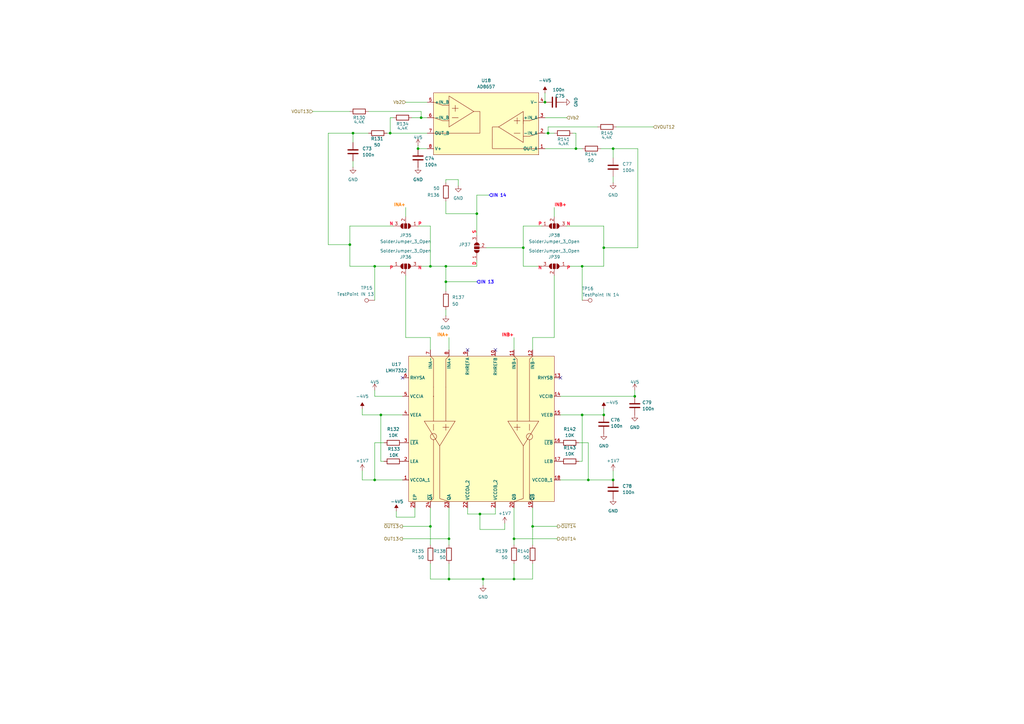
<source format=kicad_sch>
(kicad_sch (version 20231120) (generator "eeschema") (generator_version "8.0")
  (paper "A3")
  (lib_symbols
    (symbol "Connector:TestPoint" (pin_numbers hide) (pin_names (offset 0.762) hide)
      (property "Reference" "TP" (at 0 6.858 0))
      (property "Value" "TestPoint" (at 0 5.08 0))
      (symbol "TestPoint_0_1"
        (circle (center 0 3.302) (radius 0.762))
      )
      (symbol "TestPoint_1_1"
        (pin passive line (at 0 0 90) (length 2.54) (name "1") (number "1"))
      )
    )
    (symbol "Device:C" (pin_numbers hide) (pin_names (offset 0.254))
      (property "Reference" "C" (at 0.635 2.54 0))
      (property "Value" "C" (at 0.635 -2.54 0))
      (symbol "C_0_1"
        (polyline (pts (xy -2.032 -0.762) (xy 2.032 -0.762)) (stroke (width 0.508)))
        (polyline (pts (xy -2.032 0.762) (xy 2.032 0.762)) (stroke (width 0.508)))
      )
      (symbol "C_1_1"
        (pin passive line (at 0 3.81 270) (length 2.794) (name "~") (number "1"))
        (pin passive line (at 0 -3.81 90) (length 2.794) (name "~") (number "2"))
      )
    )
    (symbol "Device:R" (pin_numbers hide) (pin_names (offset 0))
      (property "Reference" "R" (at 2.032 0 90))
      (property "Value" "R" (at 0 0 90))
      (symbol "R_0_1"
        (rectangle (start -1.016 -2.54) (end 1.016 2.54) (stroke (width 0.254)))
      )
      (symbol "R_1_1"
        (pin passive line (at 0 3.81 270) (length 1.27) (name "~") (number "1"))
        (pin passive line (at 0 -3.81 90) (length 1.27) (name "~") (number "2"))
      )
    )
    (symbol "SolderJumper_3_Open_3" (pin_names (offset 0) hide) (exclude_from_sim yes) (in_bom no)
      (property "Reference" "JP" (at -2.54 -2.54 0))
      (property "Value" "SolderJumper_3_Open" (at 0 2.794 0))
      (symbol "SolderJumper_3_Open_3_0_1"
        (arc (start -1.016 1.016) (mid -2.0276 0) (end -1.016 -1.016))
        (arc (start -1.016 1.016) (mid -2.0276 0) (end -1.016 -1.016) (fill (type outline)))
        (rectangle (start -0.508 1.016) (end 0.508 -1.016) (fill (type outline)))
        (polyline (pts (xy -2.54 0) (xy -2.032 0)))
        (polyline (pts (xy -1.016 1.016) (xy -1.016 -1.016)))
        (polyline (pts (xy 0 -1.27) (xy 0 -1.016)))
        (polyline (pts (xy 1.016 1.016) (xy 1.016 -1.016)))
        (polyline (pts (xy 2.54 0) (xy 2.032 0)))
        (arc (start 1.016 -1.016) (mid 2.0276 0) (end 1.016 1.016))
        (arc (start 1.016 -1.016) (mid 2.0276 0) (end 1.016 1.016) (fill (type outline)))
      )
      (symbol "SolderJumper_3_Open_3_1_1"
        (pin passive line (at -5.08 0 0) (length 2.54) (name "A") (number "1"))
        (pin passive line (at 0 -3.81 90) (length 2.54) (name "C") (number "2"))
        (pin passive line (at 5.08 0 180) (length 2.54) (name "B") (number "3"))
      )
    )
    (symbol "power:+1V2" (power) (pin_numbers hide) (pin_names (offset 0) hide)
      (property "Value" "+1V2" (at 0 3.556 0))
      (symbol "+1V2_0_1"
        (polyline (pts (xy -0.762 1.27) (xy 0 2.54)))
        (polyline (pts (xy 0 0) (xy 0 2.54)))
        (polyline (pts (xy 0 2.54) (xy 0.762 1.27)))
      )
      (symbol "+1V2_1_1"
        (pin power_in line (at 0 0 90) (length 0) (name "~") (number "1"))
      )
    )
    (symbol "power:+8V" (power) (pin_numbers hide) (pin_names (offset 0) hide)
      (property "Value" "+8V" (at 0 3.556 0))
      (symbol "+8V_0_1"
        (polyline (pts (xy -0.762 1.27) (xy 0 2.54)))
        (polyline (pts (xy 0 0) (xy 0 2.54)))
        (polyline (pts (xy 0 2.54) (xy 0.762 1.27)))
      )
      (symbol "+8V_1_1"
        (pin power_in line (at 0 0 90) (length 0) (name "~") (number "1"))
      )
    )
    (symbol "power:-8V" (power) (pin_numbers hide) (pin_names (offset 0) hide)
      (property "Value" "-8V" (at 0 3.556 0))
      (symbol "-8V_0_0"
        (pin power_in line (at 0 0 90) (length 0) (name "~") (number "1"))
      )
      (symbol "-8V_0_1"
        (polyline (pts (xy 0 0) (xy 0 1.27) (xy 0.762 1.27) (xy 0 2.54) (xy -0.762 1.27) (xy 0 1.27)) (fill (type outline)))
      )
    )
    (symbol "power:GND" (power) (pin_numbers hide) (pin_names (offset 0) hide)
      (property "Value" "GND" (at 0 -3.81 0))
      (symbol "GND_0_1"
        (polyline (pts (xy 0 0) (xy 0 -1.27) (xy 1.27 -1.27) (xy 0 -2.54) (xy -1.27 -1.27) (xy 0 -1.27)))
      )
      (symbol "GND_1_1"
        (pin power_in line (at 0 0 270) (length 0) (name "~") (number "1"))
      )
    )
    (symbol "prova:AD8657"
      (property "Reference" "U" (at 9.906 3.556 0))
      (property "Value" "AD8657" (at 10.16 5.842 0))
      (symbol "AD8657_0_1"
        (polyline (pts (xy 12.7 17.78) (xy 12.7 20.32)))
        (polyline (pts (xy 13.97 19.05) (xy 16.51 19.05)))
        (polyline (pts (xy 13.97 24.13) (xy 16.51 24.13)))
        (polyline (pts (xy 15.24 20.32) (xy 15.24 17.78)))
        (polyline (pts (xy 16.51 19.05) (xy 16.51 19.05)))
        (polyline (pts (xy 36.83 17.78) (xy 36.83 17.78)))
        (polyline (pts (xy 39.37 13.97) (xy 41.91 13.97)))
        (polyline (pts (xy 39.37 17.78) (xy 41.91 17.78)))
        (polyline (pts (xy 40.64 15.24) (xy 40.64 12.7)))
      )
      (symbol "AD8657_1_1"
        (polyline (pts (xy 6.35 17.78) (xy 10.16 19.05)))
        (polyline (pts (xy 10.16 25.4) (xy 6.35 24.13)))
        (polyline (pts (xy 11.43 19.05) (xy 10.16 19.05)))
        (polyline (pts (xy 11.43 19.05) (xy 12.7 19.05)))
        (polyline (pts (xy 11.43 25.4) (xy 10.16 25.4)))
        (polyline (pts (xy 11.43 25.4) (xy 12.7 25.4)))
        (polyline (pts (xy 22.86 21.59) (xy 25.4 21.59) (xy 25.4 26.67)))
        (polyline (pts (xy 25.4 26.67) (xy 25.4 30.48) (xy 6.35 30.48)))
        (polyline (pts (xy 49.53 11.43) (xy 45.72 12.7) (xy 43.18 12.7)))
        (polyline (pts (xy 49.53 17.78) (xy 45.72 19.05) (xy 43.18 19.05)))
        (polyline (pts (xy 12.7 15.24) (xy 12.7 27.94) (xy 22.86 21.59) (xy 12.7 15.24)))
        (polyline (pts (xy 33.02 15.24) (xy 30.48 15.24) (xy 30.48 24.13) (xy 49.53 24.13)))
        (polyline (pts (xy 43.18 21.59) (xy 43.18 8.89) (xy 33.02 15.24) (xy 43.18 21.59)))
        (rectangle (start 6.35 33.02) (end 49.53 7.62) (fill (type background)))
        (pin output line (at 3.81 30.48 0) (length 2.54) (name "OUT_A") (number "1"))
        (pin input line (at 3.81 24.13 0) (length 2.54) (name "-IN_A") (number "2"))
        (pin input line (at 3.81 17.78 0) (length 2.54) (name "+IN_A") (number "3"))
        (pin input line (at 3.81 11.43 0) (length 2.54) (name "V-") (number "4"))
        (pin input line (at 52.07 11.43 180) (length 2.54) (name "+IN_B") (number "5"))
        (pin input line (at 52.07 17.78 180) (length 2.54) (name "-IN_B") (number "6"))
        (pin input line (at 52.07 24.13 180) (length 2.54) (name "OUT_B") (number "7"))
        (pin input line (at 52.07 30.48 180) (length 2.54) (name "V+") (number "8"))
      )
    )
    (symbol "prova:LMH7322"
      (property "Reference" "U" (at 11.684 8.89 0))
      (property "Value" "LMH7322" (at 20.32 16.51 0))
      (symbol "LMH7322_0_1"
        (circle (center -8.89 -5.08) (radius 0.0001))
        (circle (center -8.89 11.43) (radius 1.27))
        (polyline (pts (xy -8.89 -8.89) (xy -8.89 5.08)))
        (polyline (pts (xy -8.89 8.89) (xy -8.89 6.35)))
        (polyline (pts (xy -3.81 -8.89) (xy -3.81 5.08)))
        (polyline (pts (xy -3.81 8.89) (xy -3.81 6.35)))
        (polyline (pts (xy -2.54 7.62) (xy -5.08 7.62)))
        (polyline (pts (xy 25.4 8.89) (xy 25.4 6.35)))
        (polyline (pts (xy 26.67 7.62) (xy 24.13 7.62)))
        (polyline (pts (xy 30.48 -2.54) (xy 30.48 -2.54)))
        (polyline (pts (xy 30.48 8.89) (xy 30.48 6.35)))
        (polyline (pts (xy -8.89 -8.89) (xy -8.89 -20.32) (xy -10.16 -21.59)))
        (polyline (pts (xy -8.89 12.7) (xy -8.89 36.83) (xy -10.16 38.1)))
        (polyline (pts (xy -6.35 15.24) (xy -6.35 36.83) (xy -2.54 38.1)))
        (polyline (pts (xy -3.81 -8.89) (xy -3.81 -20.32) (xy -2.54 -21.59)))
        (polyline (pts (xy 27.94 15.24) (xy 27.94 36.83) (xy 24.13 38.1)))
        (polyline (pts (xy 30.48 12.7) (xy 30.48 36.83) (xy 31.75 38.1)))
        (circle (center 30.48 11.43) (radius 1.27))
      )
      (symbol "LMH7322_1_1"
        (rectangle (start -19.05 38.1) (end 40.64 -21.59) (fill (type background)))
        (polyline (pts (xy 0 5.08) (xy -12.7 5.08) (xy -6.35 15.24) (xy 0 5.08)))
        (polyline (pts (xy 24.13 -21.59) (xy 25.4 -20.32) (xy 25.4 -16.51) (xy 25.4 5.08)) (fill (type background)))
        (polyline (pts (xy 30.48 5.08) (xy 30.48 -16.51) (xy 30.48 -20.32) (xy 31.75 -21.59)) (fill (type background)))
        (polyline (pts (xy 34.29 5.08) (xy 21.59 5.08) (xy 27.94 15.24) (xy 34.29 5.08)) (fill (type background)))
        (pin input line (at -21.59 29.21 0) (length 2.54) (name "VCCOA_1") (number "1"))
        (pin input line (at 16.51 -24.13 90) (length 2.54) (name "RHREFB") (number "10"))
        (pin input line (at 24.13 -24.13 90) (length 2.54) (name "INB+") (number "11"))
        (pin input line (at 31.75 -24.13 90) (length 2.54) (name "INB-") (number "12"))
        (pin input line (at 43.18 -12.7 180) (length 2.54) (name "RHYSB") (number "13"))
        (pin input line (at 43.18 -5.08 180) (length 2.54) (name "VCCIB") (number "14"))
        (pin input line (at 43.18 2.54 180) (length 2.54) (name "VEEB") (number "15"))
        (pin input line (at 43.18 13.97 180) (length 2.54) (name "~{LEB}") (number "16"))
        (pin input line (at 43.18 21.59 180) (length 2.54) (name "LEB") (number "17"))
        (pin input line (at 43.18 29.21 180) (length 2.54) (name "VCCOB_1") (number "18"))
        (pin output line (at 31.75 40.64 270) (length 2.54) (name "~{QB}") (number "19"))
        (pin input line (at -21.59 21.59 0) (length 2.54) (name "LEA") (number "2"))
        (pin output line (at 24.13 40.64 270) (length 2.54) (name "QB") (number "20"))
        (pin input line (at 16.51 40.64 270) (length 2.54) (name "VCCOB_2") (number "21"))
        (pin input line (at 5.08 40.64 270) (length 2.54) (name "VCCOA_2") (number "22"))
        (pin output line (at -2.54 40.64 270) (length 2.54) (name "QA") (number "23"))
        (pin output line (at -10.16 40.64 270) (length 2.54) (name "~{QA}") (number "24"))
        (pin passive line (at -16.51 40.64 270) (length 2.54) (name "EP") (number "25"))
        (pin input line (at -21.59 13.97 0) (length 2.54) (name "~{LEA}") (number "3"))
        (pin input line (at -21.59 2.54 0) (length 2.54) (name "VEEA") (number "4"))
        (pin input line (at -21.59 -5.08 0) (length 2.54) (name "VCCIA") (number "5"))
        (pin input line (at -21.59 -12.7 0) (length 2.54) (name "RHYSA") (number "6"))
        (pin input line (at -10.16 -24.13 90) (length 2.54) (name "INA-") (number "7"))
        (pin input line (at -2.54 -24.13 90) (length 2.54) (name "INA+") (number "8"))
        (pin input line (at 5.08 -24.13 90) (length 2.54) (name "RHREFA") (number "9"))
      )
    )
  )
  (junction (at 210.82 220.98))
  (junction (at 160.02 54.61))
  (junction (at 171.45 60.96))
  (junction (at 198.12 237.49))
  (junction (at 241.3 196.85))
  (junction (at 196.85 210.82))
  (junction (at 210.82 237.49))
  (junction (at 182.88 109.22))
  (junction (at 251.46 60.96))
  (junction (at 143.51 100.33))
  (junction (at 176.53 215.9))
  (junction (at 260.35 162.56))
  (junction (at 218.44 215.9))
  (junction (at 184.15 237.49))
  (junction (at 238.76 170.18))
  (junction (at 153.67 109.22))
  (junction (at 144.78 54.61))
  (junction (at 224.79 54.61))
  (junction (at 223.52 41.91))
  (junction (at 236.22 60.96))
  (junction (at 238.76 109.22))
  (junction (at 214.63 101.6))
  (junction (at 182.88 115.57))
  (junction (at 247.65 101.6))
  (junction (at 184.15 220.98))
  (junction (at 156.21 170.18))
  (junction (at 247.65 170.18))
  (junction (at 195.58 87.63))
  (junction (at 176.53 109.22))
  (junction (at 251.46 196.85))
  (junction (at 153.67 196.85))
  (junction (at 172.72 48.26))
  (no_connect (at 165.1 154.94))
  (no_connect (at 191.77 143.51))
  (no_connect (at 229.87 154.94))
  (no_connect (at 203.2 143.51))
  (wire (pts (xy 237.49 181.61) (xy 241.3 181.61)))
  (wire (pts (xy 143.51 100.33) (xy 143.51 109.22)))
  (wire (pts (xy 214.63 92.71) (xy 214.63 101.6)))
  (wire (pts (xy 251.46 193.04) (xy 251.46 196.85)))
  (wire (pts (xy 182.88 109.22) (xy 176.53 109.22)))
  (wire (pts (xy 184.15 220.98) (xy 184.15 223.52)))
  (wire (pts (xy 195.58 109.22) (xy 182.88 109.22)))
  (wire (pts (xy 182.88 127) (xy 182.88 129.54)))
  (wire (pts (xy 247.65 101.6) (xy 247.65 109.22)))
  (wire (pts (xy 182.88 115.57) (xy 195.58 115.57)))
  (wire (pts (xy 228.6 215.9) (xy 218.44 215.9)))
  (wire (pts (xy 165.1 196.85) (xy 153.67 196.85)))
  (wire (pts (xy 184.15 220.98) (xy 165.1 220.98)))
  (wire (pts (xy 218.44 138.43) (xy 227.33 138.43)))
  (wire (pts (xy 232.41 109.22) (xy 238.76 109.22)))
  (wire (pts (xy 162.56 209.55) (xy 162.56 212.09)))
  (wire (pts (xy 158.75 54.61) (xy 160.02 54.61)))
  (wire (pts (xy 191.77 210.82) (xy 191.77 208.28)))
  (wire (pts (xy 182.88 119.38) (xy 182.88 115.57)))
  (wire (pts (xy 176.53 138.43) (xy 176.53 143.51)))
  (wire (pts (xy 228.6 220.98) (xy 210.82 220.98)))
  (wire (pts (xy 218.44 237.49) (xy 210.82 237.49)))
  (wire (pts (xy 203.2 210.82) (xy 203.2 208.28)))
  (wire (pts (xy 241.3 196.85) (xy 229.87 196.85)))
  (wire (pts (xy 214.63 101.6) (xy 214.63 109.22)))
  (wire (pts (xy 182.88 73.66) (xy 187.96 73.66)))
  (wire (pts (xy 210.82 220.98) (xy 210.82 223.52)))
  (wire (pts (xy 175.26 60.96) (xy 171.45 60.96)))
  (wire (pts (xy 176.53 208.28) (xy 176.53 215.9)))
  (wire (pts (xy 236.22 54.61) (xy 236.22 60.96)))
  (wire (pts (xy 184.15 208.28) (xy 184.15 220.98)))
  (wire (pts (xy 156.21 189.23) (xy 156.21 170.18)))
  (wire (pts (xy 199.39 101.6) (xy 214.63 101.6)))
  (wire (pts (xy 153.67 162.56) (xy 165.1 162.56)))
  (wire (pts (xy 153.67 196.85) (xy 148.59 196.85)))
  (wire (pts (xy 191.77 210.82) (xy 196.85 210.82)))
  (wire (pts (xy 156.21 170.18) (xy 148.59 170.18)))
  (wire (pts (xy 153.67 109.22) (xy 161.29 109.22)))
  (wire (pts (xy 227.33 113.03) (xy 227.33 138.43)))
  (wire (pts (xy 260.35 162.56) (xy 260.35 160.02)))
  (wire (pts (xy 229.87 162.56) (xy 260.35 162.56)))
  (wire (pts (xy 218.44 215.9) (xy 218.44 223.52)))
  (wire (pts (xy 218.44 231.14) (xy 218.44 237.49)))
  (wire (pts (xy 195.58 80.01) (xy 195.58 87.63)))
  (wire (pts (xy 251.46 64.77) (xy 251.46 60.96)))
  (wire (pts (xy 223.52 60.96) (xy 236.22 60.96)))
  (wire (pts (xy 134.62 100.33) (xy 134.62 54.61)))
  (wire (pts (xy 166.37 138.43) (xy 176.53 138.43)))
  (wire (pts (xy 182.88 82.55) (xy 182.88 87.63)))
  (wire (pts (xy 144.78 58.42) (xy 144.78 54.61)))
  (wire (pts (xy 224.79 54.61) (xy 227.33 54.61)))
  (wire (pts (xy 198.12 237.49) (xy 198.12 240.03)))
  (wire (pts (xy 134.62 54.61) (xy 144.78 54.61)))
  (wire (pts (xy 214.63 109.22) (xy 222.25 109.22)))
  (wire (pts (xy 247.65 170.18) (xy 238.76 170.18)))
  (wire (pts (xy 224.79 52.07) (xy 245.11 52.07)))
  (wire (pts (xy 170.18 212.09) (xy 162.56 212.09)))
  (wire (pts (xy 128.27 45.72) (xy 143.51 45.72)))
  (wire (pts (xy 160.02 54.61) (xy 160.02 48.26)))
  (wire (pts (xy 237.49 189.23) (xy 238.76 189.23)))
  (wire (pts (xy 156.21 189.23) (xy 157.48 189.23)))
  (wire (pts (xy 176.53 109.22) (xy 171.45 109.22)))
  (wire (pts (xy 153.67 181.61) (xy 157.48 181.61)))
  (wire (pts (xy 246.38 60.96) (xy 251.46 60.96)))
  (wire (pts (xy 224.79 54.61) (xy 223.52 54.61)))
  (wire (pts (xy 207.01 214.63) (xy 207.01 217.17)))
  (wire (pts (xy 148.59 193.04) (xy 148.59 196.85)))
  (wire (pts (xy 267.97 52.07) (xy 252.73 52.07)))
  (wire (pts (xy 176.53 215.9) (xy 176.53 223.52)))
  (wire (pts (xy 238.76 109.22) (xy 247.65 109.22)))
  (wire (pts (xy 247.65 92.71) (xy 247.65 101.6)))
  (wire (pts (xy 184.15 138.43) (xy 184.15 143.51)))
  (wire (pts (xy 261.62 60.96) (xy 251.46 60.96)))
  (wire (pts (xy 247.65 101.6) (xy 261.62 101.6)))
  (wire (pts (xy 222.25 92.71) (xy 214.63 92.71)))
  (wire (pts (xy 166.37 85.09) (xy 166.37 88.9)))
  (wire (pts (xy 171.45 92.71) (xy 176.53 92.71)))
  (wire (pts (xy 165.1 170.18) (xy 156.21 170.18)))
  (wire (pts (xy 195.58 87.63) (xy 195.58 96.52)))
  (wire (pts (xy 195.58 106.68) (xy 195.58 109.22)))
  (wire (pts (xy 247.65 167.64) (xy 247.65 170.18)))
  (wire (pts (xy 143.51 100.33) (xy 134.62 100.33)))
  (wire (pts (xy 210.82 208.28) (xy 210.82 220.98)))
  (wire (pts (xy 166.37 41.91) (xy 175.26 41.91)))
  (wire (pts (xy 153.67 181.61) (xy 153.67 196.85)))
  (wire (pts (xy 196.85 210.82) (xy 196.85 217.17)))
  (wire (pts (xy 210.82 231.14) (xy 210.82 237.49)))
  (wire (pts (xy 224.79 54.61) (xy 224.79 52.07)))
  (wire (pts (xy 241.3 181.61) (xy 241.3 196.85)))
  (wire (pts (xy 236.22 60.96) (xy 238.76 60.96)))
  (wire (pts (xy 196.85 210.82) (xy 203.2 210.82)))
  (wire (pts (xy 182.88 87.63) (xy 195.58 87.63)))
  (wire (pts (xy 218.44 143.51) (xy 218.44 138.43)))
  (wire (pts (xy 172.72 48.26) (xy 172.72 45.72)))
  (wire (pts (xy 227.33 85.09) (xy 227.33 88.9)))
  (wire (pts (xy 195.58 80.01) (xy 200.66 80.01)))
  (wire (pts (xy 144.78 66.04) (xy 144.78 68.58)))
  (wire (pts (xy 148.59 167.64) (xy 148.59 170.18)))
  (wire (pts (xy 176.53 92.71) (xy 176.53 109.22)))
  (wire (pts (xy 182.88 73.66) (xy 182.88 74.93)))
  (wire (pts (xy 261.62 101.6) (xy 261.62 60.96)))
  (wire (pts (xy 176.53 215.9) (xy 165.1 215.9)))
  (wire (pts (xy 223.52 38.1) (xy 223.52 41.91)))
  (wire (pts (xy 234.95 54.61) (xy 236.22 54.61)))
  (wire (pts (xy 184.15 237.49) (xy 176.53 237.49)))
  (wire (pts (xy 143.51 92.71) (xy 143.51 100.33)))
  (wire (pts (xy 238.76 109.22) (xy 238.76 123.19)))
  (wire (pts (xy 143.51 109.22) (xy 153.67 109.22)))
  (wire (pts (xy 171.45 59.69) (xy 171.45 60.96)))
  (wire (pts (xy 187.96 73.66) (xy 187.96 76.2)))
  (wire (pts (xy 176.53 231.14) (xy 176.53 237.49)))
  (wire (pts (xy 168.91 48.26) (xy 172.72 48.26)))
  (wire (pts (xy 143.51 92.71) (xy 161.29 92.71)))
  (wire (pts (xy 229.87 170.18) (xy 238.76 170.18)))
  (wire (pts (xy 166.37 113.03) (xy 166.37 138.43)))
  (wire (pts (xy 153.67 160.02) (xy 153.67 162.56)))
  (wire (pts (xy 198.12 237.49) (xy 184.15 237.49)))
  (wire (pts (xy 210.82 237.49) (xy 198.12 237.49)))
  (wire (pts (xy 160.02 54.61) (xy 175.26 54.61)))
  (wire (pts (xy 151.13 45.72) (xy 172.72 45.72)))
  (wire (pts (xy 153.67 109.22) (xy 153.67 123.19)))
  (wire (pts (xy 196.85 217.17) (xy 207.01 217.17)))
  (wire (pts (xy 184.15 231.14) (xy 184.15 237.49)))
  (wire (pts (xy 218.44 208.28) (xy 218.44 215.9)))
  (wire (pts (xy 144.78 54.61) (xy 151.13 54.61)))
  (wire (pts (xy 238.76 189.23) (xy 238.76 170.18)))
  (wire (pts (xy 170.18 208.28) (xy 170.18 212.09)))
  (wire (pts (xy 251.46 72.39) (xy 251.46 74.93)))
  (wire (pts (xy 223.52 48.26) (xy 232.41 48.26)))
  (wire (pts (xy 232.41 92.71) (xy 247.65 92.71)))
  (wire (pts (xy 251.46 196.85) (xy 241.3 196.85)))
  (wire (pts (xy 172.72 48.26) (xy 175.26 48.26)))
  (wire (pts (xy 210.82 138.43) (xy 210.82 143.51)))
  (wire (pts (xy 182.88 109.22) (xy 182.88 115.57)))
  (wire (pts (xy 160.02 48.26) (xy 161.29 48.26)))
  (text "D" (at 194.564 108.204 90) (effects (font (size 1.27 1.27) (thickness 0.254) (bold yes))))
  (text "N" (at 221.488 109.982 0) (effects (font (size 1.27 1.27) (thickness 0.254) (bold yes))))
  (text "P\n" (at 233.172 109.982 0) (effects (font (size 1.27 1.27) (thickness 0.254) (bold yes))))
  (text "P\n" (at 221.488 91.948 0) (effects (font (size 1.27 1.27) (thickness 0.254) (bold yes))))
  (text "S" (at 194.564 95.25 90) (effects (font (size 1.27 1.27) (thickness 0.254) (bold yes))))
  (text "P\n" (at 160.528 109.982 0) (effects (font (size 1.27 1.27) (thickness 0.254) (bold yes))))
  (text "N" (at 172.212 109.982 0) (effects (font (size 1.27 1.27) (thickness 0.254) (bold yes))))
  (text "N" (at 160.528 91.948 0) (effects (font (size 1.27 1.27) (thickness 0.254) (bold yes))))
  (text "N" (at 233.172 91.948 0) (effects (font (size 1.27 1.27) (thickness 0.254) (bold yes))))
  (text "P\n" (at 172.212 91.948 0) (effects (font (size 1.27 1.27) (thickness 0.254) (bold yes))))
  (label "INB+" (at 210.82 138.43 180) (effects (font (thickness 0.254) (bold yes))))
  (label "INA+" (at 166.37 85.09 180) (effects (font (thickness 0.254) (bold yes))))
  (label "INA+" (at 184.15 138.43 180) (effects (font (thickness 0.254) (bold yes))))
  (label "INB+" (at 227.33 85.09 0) (effects (font (thickness 0.254) (bold yes))))
  (hierarchical_label "Vb2" (shape input) (at 232.41 48.26 0))
  (hierarchical_label "~{OUT14}" (shape output) (at 228.6 215.9 0))
  (hierarchical_label "~{OUT13}" (shape output) (at 165.1 215.9 180))
  (hierarchical_label "Vb2" (shape input) (at 166.37 41.91 180))
  (hierarchical_label "IN 14" (shape input) (at 200.66 80.01 0) (effects (font (thickness 0.254) (bold yes))))
  (hierarchical_label "VOUT13" (shape input) (at 128.27 45.72 180))
  (hierarchical_label "IN 13" (shape input) (at 195.58 115.57 0) (effects (font (thickness 0.254) (bold yes))))
  (hierarchical_label "VOUT12" (shape input) (at 267.97 52.07 0))
  (hierarchical_label "OUT13" (shape output) (at 165.1 220.98 180))
  (hierarchical_label "OUT14" (shape output) (at 228.6 220.98 0))
  (symbol (lib_name "SolderJumper_3_Open_3") (lib_id "Jumper:SolderJumper_3_Open") (at 227.33 109.22 0) (mirror y) (unit 1) (exclude_from_sim yes) (in_bom no)
    (property "Reference" "JP39" (at 227.33 105.41 0))
    (property "Value" "SolderJumper_3_Open" (at 227.33 102.87 0))
    (property "Footprint" "Jumper:SolderJumper-3_P1.3mm_Open_RoundedPad1.0x1.5mm_NumberLabels" (effects (hide yes)))
    (property "Description" "Solder Jumper, 3-pole, open" (effects (hide yes)))
  )
  (symbol (lib_id "Device:R") (at 233.68 189.23 270) (mirror x) (unit 1)
    (property "Reference" "R143" (at 233.68 183.642 90))
    (property "Value" "10K" (at 233.68 186.182 90))
    (property "Footprint" "Resistor_SMD:R_0603_1608Metric_Pad0.98x0.95mm_HandSolder" (effects (hide yes)))
    (property "Description" "Resistor" (effects (hide yes)))
  )
  (symbol (lib_id "Device:R") (at 182.88 123.19 180) (unit 1)
    (property "Reference" "R137" (at 185.42 121.9199 0) (effects (justify right)))
    (property "Value" "50" (at 185.42 124.714 0) (effects (justify right)))
    (property "Footprint" "Resistor_SMD:R_0603_1608Metric_Pad0.98x0.95mm_HandSolder" (effects (hide yes)))
    (property "Description" "Resistor" (effects (hide yes)))
  )
  (symbol (lib_id "power:+1V2") (at 148.59 193.04 0) (mirror y) (unit 1)
    (property "Reference" "#PWR0189" (effects (hide yes)))
    (property "Value" "+1V7" (at 148.59 188.976 0))
    (property "Description" "Power symbol creates a global label with name \"+1V2\"" (effects (hide yes)))
  )
  (symbol (lib_id "power:GND") (at 251.46 74.93 0) (unit 1)
    (property "Reference" "#PWR0203" (effects (hide yes)))
    (property "Value" "GND" (at 251.46 80.01 0))
    (property "Description" "Power symbol creates a global label with name \"GND\" , ground" (effects (hide yes)))
  )
  (symbol (lib_id "power:GND") (at 198.12 240.03 0) (mirror y) (unit 1)
    (property "Reference" "#PWR0196" (effects (hide yes)))
    (property "Value" "GND" (at 198.12 244.856 0))
    (property "Description" "Power symbol creates a global label with name \"GND\" , ground" (effects (hide yes)))
  )
  (symbol (lib_id "power:GND") (at 171.45 68.58 0) (unit 1)
    (property "Reference" "#PWR0193" (effects (hide yes)))
    (property "Value" "GND" (at 171.45 73.66 0))
    (property "Description" "Power symbol creates a global label with name \"GND\" , ground" (effects (hide yes)))
  )
  (symbol (lib_id "power:-8V") (at 148.59 167.64 0) (mirror y) (unit 1)
    (property "Reference" "#PWR0188" (effects (hide yes)))
    (property "Value" "-4V5" (at 148.59 162.56 0))
    (property "Description" "Power symbol creates a global label with name \"-8V\"" (effects (hide yes)))
  )
  (symbol (lib_id "power:+8V") (at 171.45 59.69 0) (unit 1)
    (property "Reference" "#PWR0192" (effects (hide yes)))
    (property "Value" "4V5" (at 171.45 56.388 0))
    (property "Description" "Power symbol creates a global label with name \"+8V\"" (effects (hide yes)))
  )
  (symbol (lib_id "Device:R") (at 231.14 54.61 270) (unit 1)
    (property "Reference" "R141" (at 231.14 57.15 90))
    (property "Value" "4.4K" (at 231.14 58.928 90))
    (property "Footprint" "Resistor_SMD:R_0603_1608Metric_Pad0.98x0.95mm_HandSolder" (effects (hide yes)))
    (property "Description" "Resistor" (effects (hide yes)))
  )
  (symbol (lib_id "Device:C") (at 251.46 68.58 0) (unit 1)
    (property "Reference" "C77" (at 255.27 67.3099 0) (effects (justify left)))
    (property "Value" "100n" (at 255.27 69.8499 0) (effects (justify left)))
    (property "Footprint" "Capacitor_SMD:C_0603_1608Metric_Pad1.08x0.95mm_HandSolder" (effects (hide yes)))
    (property "Description" "Unpolarized capacitor" (effects (hide yes)))
  )
  (symbol (lib_name "SolderJumper_3_Open_3") (lib_id "Jumper:SolderJumper_3_Open") (at 166.37 92.71 180) (unit 1) (exclude_from_sim yes) (in_bom no)
    (property "Reference" "JP35" (at 166.37 96.52 0))
    (property "Value" "SolderJumper_3_Open" (at 166.37 99.06 0))
    (property "Footprint" "Jumper:SolderJumper-3_P1.3mm_Open_RoundedPad1.0x1.5mm_NumberLabels" (effects (hide yes)))
    (property "Description" "Solder Jumper, 3-pole, open" (effects (hide yes)))
  )
  (symbol (lib_id "power:-8V") (at 162.56 209.55 0) (mirror y) (unit 1)
    (property "Reference" "#PWR0171" (effects (hide yes)))
    (property "Value" "-4V5" (at 162.814 205.74 0))
    (property "Description" "Power symbol creates a global label with name \"-8V\"" (effects (hide yes)))
  )
  (symbol (lib_id "Device:C") (at 171.45 64.77 0) (unit 1)
    (property "Reference" "C74" (at 174.244 65.024 0) (effects (justify left)))
    (property "Value" "100n" (at 174.244 67.564 0) (effects (justify left)))
    (property "Footprint" "Capacitor_SMD:C_0603_1608Metric_Pad1.08x0.95mm_HandSolder" (effects (hide yes)))
    (property "Description" "Unpolarized capacitor" (effects (hide yes)))
  )
  (symbol (lib_id "power:-8V") (at 223.52 38.1 0) (unit 1)
    (property "Reference" "#PWR0198" (effects (hide yes)))
    (property "Value" "-4V5" (at 223.52 33.02 0))
    (property "Description" "Power symbol creates a global label with name \"-8V\"" (effects (hide yes)))
  )
  (symbol (lib_id "Device:C") (at 227.33 41.91 90) (unit 1)
    (property "Reference" "C75" (at 231.648 39.37 90) (effects (justify left)))
    (property "Value" "100n" (at 231.648 36.83 90) (effects (justify left)))
    (property "Footprint" "Capacitor_SMD:C_0603_1608Metric_Pad1.08x0.95mm_HandSolder" (effects (hide yes)))
    (property "Description" "Unpolarized capacitor" (effects (hide yes)))
  )
  (symbol (lib_id "Device:R") (at 154.94 54.61 90) (unit 1)
    (property "Reference" "R131" (at 154.686 56.896 90))
    (property "Value" "50" (at 154.686 59.436 90))
    (property "Footprint" "Resistor_SMD:R_0603_1608Metric_Pad0.98x0.95mm_HandSolder" (effects (hide yes)))
    (property "Description" "Resistor" (effects (hide yes)))
  )
  (symbol (lib_id "prova:LMH7322") (at 186.69 167.64 0) (mirror x) (unit 1)
    (property "Reference" "U17" (at 162.56 149.4438 0))
    (property "Value" "LMH7322" (at 162.56 151.9838 0))
    (property "Footprint" "SamacSys_Parts:QFN50P400X400X80-25N" (effects (hide yes)))
  )
  (symbol (lib_id "Connector:TestPoint") (at 238.76 123.19 270) (unit 1)
    (property "Reference" "TP16" (at 241.046 118.364 90))
    (property "Value" "TestPoint IN 14" (at 246.38 120.904 90))
    (property "Footprint" "TestPoint:TestPoint_Pad_D1.0mm" (effects (hide yes)))
    (property "Description" "test point" (effects (hide yes)))
  )
  (symbol (lib_id "Device:R") (at 210.82 227.33 0) (mirror y) (unit 1)
    (property "Reference" "R139" (at 208.28 226.0599 0) (effects (justify left)))
    (property "Value" "50" (at 208.28 228.5999 0) (effects (justify left)))
    (property "Footprint" "Resistor_SMD:R_0603_1608Metric_Pad0.98x0.95mm_HandSolder" (effects (hide yes)))
    (property "Description" "Resistor" (effects (hide yes)))
  )
  (symbol (lib_id "Device:R") (at 147.32 45.72 270) (unit 1)
    (property "Reference" "R130" (at 147.32 48.26 90))
    (property "Value" "4.4K" (at 147.32 50.038 90))
    (property "Footprint" "Resistor_SMD:R_0603_1608Metric_Pad0.98x0.95mm_HandSolder" (effects (hide yes)))
    (property "Description" "Resistor" (effects (hide yes)))
  )
  (symbol (lib_id "prova:AD8657") (at 227.33 30.48 180) (unit 1)
    (property "Reference" "U18" (at 199.39 33.02 0))
    (property "Value" "AD8657" (at 199.39 35.56 0))
    (property "Footprint" "SamacSys_Parts:SOP65P490X110-8N" (effects (hide yes)))
  )
  (symbol (lib_id "power:GND") (at 182.88 129.54 0) (unit 1)
    (property "Reference" "#PWR0194" (effects (hide yes)))
    (property "Value" "GND" (at 182.626 134.366 0))
    (property "Description" "Power symbol creates a global label with name \"GND\" , ground" (effects (hide yes)))
  )
  (symbol (lib_id "Device:R") (at 165.1 48.26 270) (unit 1)
    (property "Reference" "R134" (at 165.1 50.8 90))
    (property "Value" "4.4K" (at 165.1 52.578 90))
    (property "Footprint" "Resistor_SMD:R_0603_1608Metric_Pad0.98x0.95mm_HandSolder" (effects (hide yes)))
    (property "Description" "Resistor" (effects (hide yes)))
  )
  (symbol (lib_name "SolderJumper_3_Open_3") (lib_id "Jumper:SolderJumper_3_Open") (at 195.58 101.6 90) (unit 1) (exclude_from_sim yes) (in_bom no)
    (property "Reference" "JP37" (at 193.04 100.3299 90) (effects (justify left)))
    (property "Value" "SolderJumper_3_Open" (effects (hide yes)))
    (property "Footprint" "Jumper:SolderJumper-3_P1.3mm_Open_RoundedPad1.0x1.5mm_NumberLabels" (effects (hide yes)))
    (property "Description" "Solder Jumper, 3-pole, open" (effects (hide yes)))
  )
  (symbol (lib_id "Device:R") (at 218.44 227.33 0) (mirror y) (unit 1)
    (property "Reference" "R140" (at 217.17 226.06 0) (effects (justify left)))
    (property "Value" "50" (at 217.17 228.6 0) (effects (justify left)))
    (property "Footprint" "Resistor_SMD:R_0603_1608Metric_Pad0.98x0.95mm_HandSolder" (effects (hide yes)))
    (property "Description" "Resistor" (effects (hide yes)))
  )
  (symbol (lib_id "Device:R") (at 184.15 227.33 0) (mirror y) (unit 1)
    (property "Reference" "R138" (at 182.88 226.06 0) (effects (justify left)))
    (property "Value" "50" (at 182.88 228.6 0) (effects (justify left)))
    (property "Footprint" "Resistor_SMD:R_0603_1608Metric_Pad0.98x0.95mm_HandSolder" (effects (hide yes)))
    (property "Description" "Resistor" (effects (hide yes)))
  )
  (symbol (lib_id "Device:R") (at 176.53 227.33 0) (mirror y) (unit 1)
    (property "Reference" "R135" (at 173.99 226.0599 0) (effects (justify left)))
    (property "Value" "50" (at 173.99 228.5999 0) (effects (justify left)))
    (property "Footprint" "Resistor_SMD:R_0603_1608Metric_Pad0.98x0.95mm_HandSolder" (effects (hide yes)))
    (property "Description" "Resistor" (effects (hide yes)))
  )
  (symbol (lib_id "Connector:TestPoint") (at 153.67 123.19 90) (unit 1)
    (property "Reference" "TP15" (at 150.368 118.11 90))
    (property "Value" "TestPoint IN 13" (at 145.796 120.65 90))
    (property "Footprint" "TestPoint:TestPoint_Pad_D1.0mm" (effects (hide yes)))
    (property "Description" "test point" (effects (hide yes)))
  )
  (symbol (lib_id "power:-8V") (at 247.65 167.64 0) (mirror y) (unit 1)
    (property "Reference" "#PWR0201" (effects (hide yes)))
    (property "Value" "-4V5" (at 250.952 165.1 0))
    (property "Description" "Power symbol creates a global label with name \"-8V\"" (effects (hide yes)))
  )
  (symbol (lib_id "power:+1V2") (at 207.01 214.63 0) (mirror y) (unit 1)
    (property "Reference" "#PWR0197" (effects (hide yes)))
    (property "Value" "+1V7" (at 207.01 210.566 0))
    (property "Description" "Power symbol creates a global label with name \"+1V2\"" (effects (hide yes)))
  )
  (symbol (lib_id "Device:R") (at 161.29 189.23 270) (mirror x) (unit 1)
    (property "Reference" "R133" (at 161.544 184.15 90))
    (property "Value" "10K" (at 161.544 186.69 90))
    (property "Footprint" "Resistor_SMD:R_0603_1608Metric_Pad0.98x0.95mm_HandSolder" (effects (hide yes)))
    (property "Description" "Resistor" (effects (hide yes)))
  )
  (symbol (lib_id "Device:R") (at 233.68 181.61 270) (mirror x) (unit 1)
    (property "Reference" "R142" (at 233.68 176.022 90))
    (property "Value" "10K" (at 233.68 178.562 90))
    (property "Footprint" "Resistor_SMD:R_0603_1608Metric_Pad0.98x0.95mm_HandSolder" (effects (hide yes)))
    (property "Description" "Resistor" (effects (hide yes)))
  )
  (symbol (lib_id "Device:R") (at 161.29 181.61 270) (mirror x) (unit 1)
    (property "Reference" "R132" (at 161.29 176.022 90))
    (property "Value" "10K" (at 161.29 178.562 90))
    (property "Footprint" "Resistor_SMD:R_0603_1608Metric_Pad0.98x0.95mm_HandSolder" (effects (hide yes)))
    (property "Description" "Resistor" (effects (hide yes)))
  )
  (symbol (lib_id "power:GND") (at 187.96 76.2 0) (unit 1)
    (property "Reference" "#PWR0195" (effects (hide yes)))
    (property "Value" "GND" (at 187.96 81.28 0))
    (property "Description" "Power symbol creates a global label with name \"GND\" , ground" (effects (hide yes)))
  )
  (symbol (lib_id "power:GND") (at 231.14 41.91 90) (unit 1)
    (property "Reference" "#PWR0199" (effects (hide yes)))
    (property "Value" "GND" (at 236.22 41.91 0))
    (property "Description" "Power symbol creates a global label with name \"GND\" , ground" (effects (hide yes)))
  )
  (symbol (lib_id "Device:C") (at 144.78 62.23 0) (unit 1)
    (property "Reference" "C73" (at 148.59 60.9599 0) (effects (justify left)))
    (property "Value" "100n" (at 148.59 63.4999 0) (effects (justify left)))
    (property "Footprint" "Capacitor_SMD:C_0603_1608Metric_Pad1.08x0.95mm_HandSolder" (effects (hide yes)))
    (property "Description" "Unpolarized capacitor" (effects (hide yes)))
  )
  (symbol (lib_id "power:+8V") (at 153.67 160.02 0) (mirror y) (unit 1)
    (property "Reference" "#PWR0190" (effects (hide yes)))
    (property "Value" "4V5" (at 153.67 156.718 0))
    (property "Description" "Power symbol creates a global label with name \"+8V\"" (effects (hide yes)))
  )
  (symbol (lib_id "power:GND") (at 260.35 170.18 0) (unit 1)
    (property "Reference" "#PWR0206" (effects (hide yes)))
    (property "Value" "GND" (at 260.35 175.26 0))
    (property "Description" "Power symbol creates a global label with name \"GND\" , ground" (effects (hide yes)))
  )
  (symbol (lib_id "power:GND") (at 144.78 68.58 0) (unit 1)
    (property "Reference" "#PWR0187" (effects (hide yes)))
    (property "Value" "GND" (at 144.78 73.66 0))
    (property "Description" "Power symbol creates a global label with name \"GND\" , ground" (effects (hide yes)))
  )
  (symbol (lib_id "Device:C") (at 260.35 166.37 0) (unit 1)
    (property "Reference" "C79" (at 263.398 165.1 0) (effects (justify left)))
    (property "Value" "100n" (at 263.398 167.64 0) (effects (justify left)))
    (property "Footprint" "Capacitor_SMD:C_0603_1608Metric_Pad1.08x0.95mm_HandSolder" (effects (hide yes)))
    (property "Description" "Unpolarized capacitor" (effects (hide yes)))
  )
  (symbol (lib_id "Device:R") (at 248.92 52.07 270) (unit 1)
    (property "Reference" "R145" (at 248.92 54.61 90))
    (property "Value" "4.4K" (at 248.92 56.388 90))
    (property "Footprint" "Resistor_SMD:R_0603_1608Metric_Pad0.98x0.95mm_HandSolder" (effects (hide yes)))
    (property "Description" "Resistor" (effects (hide yes)))
  )
  (symbol (lib_id "power:+8V") (at 260.35 160.02 0) (mirror y) (unit 1)
    (property "Reference" "#PWR0200" (effects (hide yes)))
    (property "Value" "4V5" (at 260.35 156.718 0))
    (property "Description" "Power symbol creates a global label with name \"+8V\"" (effects (hide yes)))
  )
  (symbol (lib_name "SolderJumper_3_Open_3") (lib_id "Jumper:SolderJumper_3_Open") (at 166.37 109.22 0) (unit 1) (exclude_from_sim yes) (in_bom no)
    (property "Reference" "JP36" (at 166.37 105.41 0))
    (property "Value" "SolderJumper_3_Open" (at 166.37 102.87 0))
    (property "Footprint" "Jumper:SolderJumper-3_P1.3mm_Open_RoundedPad1.0x1.5mm_NumberLabels" (effects (hide yes)))
    (property "Description" "Solder Jumper, 3-pole, open" (effects (hide yes)))
  )
  (symbol (lib_id "Device:C") (at 251.46 200.66 0) (unit 1)
    (property "Reference" "C78" (at 255.27 199.3899 0) (effects (justify left)))
    (property "Value" "100n" (at 255.27 201.9299 0) (effects (justify left)))
    (property "Footprint" "Capacitor_SMD:C_0603_1608Metric_Pad1.08x0.95mm_HandSolder" (effects (hide yes)))
    (property "Description" "Unpolarized capacitor" (effects (hide yes)))
  )
  (symbol (lib_name "SolderJumper_3_Open_3") (lib_id "Jumper:SolderJumper_3_Open") (at 227.33 92.71 0) (mirror x) (unit 1) (exclude_from_sim yes) (in_bom no)
    (property "Reference" "JP38" (at 227.33 96.52 0))
    (property "Value" "SolderJumper_3_Open" (at 227.33 99.06 0))
    (property "Footprint" "Jumper:SolderJumper-3_P1.3mm_Open_RoundedPad1.0x1.5mm_NumberLabels" (effects (hide yes)))
    (property "Description" "Solder Jumper, 3-pole, open" (effects (hide yes)))
  )
  (symbol (lib_id "power:+1V2") (at 251.46 193.04 0) (mirror y) (unit 1)
    (property "Reference" "#PWR0204" (effects (hide yes)))
    (property "Value" "+1V7" (at 251.46 188.976 0))
    (property "Description" "Power symbol creates a global label with name \"+1V2\"" (effects (hide yes)))
  )
  (symbol (lib_id "power:GND") (at 251.46 204.47 0) (unit 1)
    (property "Reference" "#PWR0205" (effects (hide yes)))
    (property "Value" "GND" (at 251.46 209.55 0))
    (property "Description" "Power symbol creates a global label with name \"GND\" , ground" (effects (hide yes)))
  )
  (symbol (lib_id "power:GND") (at 247.65 177.8 0) (unit 1)
    (property "Reference" "#PWR0202" (effects (hide yes)))
    (property "Value" "GND" (at 247.65 182.88 0))
    (property "Description" "Power symbol creates a global label with name \"GND\" , ground" (effects (hide yes)))
  )
  (symbol (lib_id "Device:R") (at 182.88 78.74 0) (unit 1)
    (property "Reference" "R136" (at 180.34 80.0101 0) (effects (justify right)))
    (property "Value" "50" (at 180.34 77.216 0) (effects (justify right)))
    (property "Footprint" "Resistor_SMD:R_0603_1608Metric_Pad0.98x0.95mm_HandSolder" (effects (hide yes)))
    (property "Description" "Resistor" (effects (hide yes)))
  )
  (symbol (lib_id "Device:C") (at 247.65 173.99 0) (unit 1)
    (property "Reference" "C76" (at 250.444 172.212 0) (effects (justify left)))
    (property "Value" "100n" (at 250.444 174.752 0) (effects (justify left)))
    (property "Footprint" "Capacitor_SMD:C_0603_1608Metric_Pad1.08x0.95mm_HandSolder" (effects (hide yes)))
    (property "Description" "Unpolarized capacitor" (effects (hide yes)))
  )
  (symbol (lib_id "Device:R") (at 242.57 60.96 90) (unit 1)
    (property "Reference" "R144" (at 242.316 63.246 90))
    (property "Value" "50" (at 242.316 65.786 90))
    (property "Footprint" "Resistor_SMD:R_0603_1608Metric_Pad0.98x0.95mm_HandSolder" (effects (hide yes)))
    (property "Description" "Resistor" (effects (hide yes)))
  )
)
</source>
